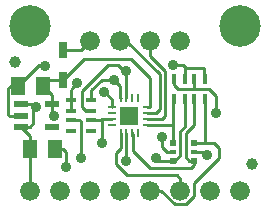
<source format=gbr>
G04 EAGLE Gerber RS-274X export*
G75*
%MOMM*%
%FSLAX34Y34*%
%LPD*%
%INTop Copper*%
%IPPOS*%
%AMOC8*
5,1,8,0,0,1.08239X$1,22.5*%
G01*
%ADD10R,1.500000X1.500000*%
%ADD11R,0.280000X0.800000*%
%ADD12R,0.800000X0.280000*%
%ADD13R,1.200000X0.550000*%
%ADD14R,1.200000X1.500000*%
%ADD15C,1.000000*%
%ADD16C,3.516000*%
%ADD17R,0.900000X0.450000*%
%ADD18C,1.676400*%
%ADD19R,0.800000X1.350000*%
%ADD20R,0.450000X0.900000*%
%ADD21R,0.500000X0.500000*%
%ADD22R,0.500000X0.400000*%
%ADD23C,0.254000*%
%ADD24C,0.906400*%


D10*
X109220Y88900D03*
D11*
X101720Y73900D03*
X106720Y73900D03*
X111720Y73900D03*
X116720Y73900D03*
D12*
X124220Y81400D03*
X124220Y86400D03*
X124220Y91400D03*
X124220Y96400D03*
D11*
X116720Y103900D03*
X111720Y103900D03*
X106720Y103900D03*
X101720Y103900D03*
D12*
X94220Y96400D03*
X94220Y91400D03*
X94220Y86400D03*
X94220Y81400D03*
D13*
X17479Y98400D03*
X17479Y88900D03*
X17479Y79400D03*
X43481Y79400D03*
X43481Y98400D03*
D14*
X35900Y114300D03*
X14900Y114300D03*
X25060Y60960D03*
X46060Y60960D03*
D15*
X12700Y134620D03*
X213360Y48260D03*
D16*
X25400Y165100D03*
D17*
X77080Y101900D03*
X60080Y101900D03*
X77080Y92900D03*
X77080Y84900D03*
X77080Y75900D03*
X60080Y75900D03*
X60080Y92900D03*
X60080Y84900D03*
D16*
X203200Y165100D03*
D18*
X25400Y25400D03*
X50800Y25400D03*
X76200Y25400D03*
X101600Y25400D03*
X127000Y25400D03*
X152400Y25400D03*
X177800Y25400D03*
X203200Y25400D03*
D19*
X53340Y144780D03*
X53340Y119380D03*
D18*
X76200Y152400D03*
X101600Y152400D03*
X127000Y152400D03*
X152400Y152400D03*
D20*
X147020Y120260D03*
X147020Y103260D03*
X156020Y120260D03*
X164020Y120260D03*
X173020Y120260D03*
X173020Y103260D03*
X156020Y103260D03*
X164020Y103260D03*
D21*
X163940Y50920D03*
D22*
X163940Y58420D03*
D21*
X163940Y65920D03*
X145940Y65920D03*
D22*
X145940Y58420D03*
D21*
X145940Y50920D03*
D23*
X77080Y101900D02*
X77080Y110664D01*
D24*
X96520Y119380D03*
D23*
X101516Y114384D01*
X101516Y104104D02*
X101720Y103900D01*
X101516Y104104D02*
X101516Y114384D01*
X96520Y119380D02*
X85796Y119380D01*
X77080Y110664D01*
X77080Y92900D02*
X72200Y92900D01*
X69278Y95822D01*
X69278Y110085D01*
D24*
X106680Y127000D03*
D23*
X106680Y103940D01*
X106720Y103900D01*
X99545Y131763D02*
X90955Y131763D01*
X104307Y127000D02*
X106680Y127000D01*
X104307Y127000D02*
X99545Y131763D01*
X90955Y131763D02*
X69278Y110085D01*
D24*
X87630Y109220D03*
X64770Y116840D03*
X38100Y130810D03*
X55880Y45720D03*
D23*
X14900Y112100D02*
X14900Y114300D01*
X38100Y130810D02*
X38100Y132080D01*
X32680Y132080D01*
X14900Y114300D01*
X60080Y110700D02*
X60080Y101900D01*
X60080Y110700D02*
X60642Y111262D01*
X60642Y112712D01*
X64770Y116840D01*
X55880Y58420D02*
X55880Y45720D01*
X55880Y58420D02*
X53340Y60960D01*
X46060Y60960D01*
X94220Y102630D02*
X87630Y109220D01*
X94220Y102630D02*
X94220Y96400D01*
X60080Y92900D02*
X60080Y101900D01*
X17479Y88900D02*
X7620Y88900D01*
X6350Y90170D01*
X6350Y111760D01*
X10160Y115570D01*
X11430Y114300D01*
X14900Y114300D01*
X174100Y55880D02*
X175260Y55880D01*
X174100Y55880D02*
X171560Y58420D01*
X163940Y58420D01*
D24*
X175260Y55880D03*
X137160Y71120D03*
D23*
X43481Y98400D02*
X43481Y106719D01*
X35900Y114300D01*
X126760Y96400D02*
X127000Y96640D01*
X126760Y96400D02*
X124220Y96400D01*
X127000Y96640D02*
X127000Y120650D01*
X140970Y58420D02*
X145940Y58420D01*
X140970Y58420D02*
X137160Y62230D01*
X137160Y71120D01*
X84900Y84900D02*
X77080Y84900D01*
X86400Y86400D02*
X94220Y86400D01*
X86360Y86360D02*
X84900Y84900D01*
D24*
X45720Y88900D03*
D23*
X43481Y91139D01*
X43481Y98400D01*
D24*
X86360Y66040D03*
D23*
X86360Y86360D01*
X86400Y86400D01*
X53340Y119380D02*
X40980Y119380D01*
X35900Y114300D01*
X147020Y114600D02*
X147020Y120260D01*
D24*
X182182Y91440D03*
D23*
X182182Y105518D02*
X176638Y111062D01*
X182182Y105518D02*
X182182Y91440D01*
X176638Y111062D02*
X165100Y111062D01*
X150558Y111062D01*
X147020Y114600D01*
X164020Y112142D02*
X164020Y120260D01*
X164020Y112142D02*
X165100Y111062D01*
X127000Y120650D02*
X110490Y137160D01*
X71120Y137160D02*
X53340Y119380D01*
X71120Y137160D02*
X110490Y137160D01*
X106720Y73900D02*
X106720Y50840D01*
X106513Y50633D01*
D24*
X106513Y50633D03*
D23*
X67500Y84900D02*
X60080Y84900D01*
X67500Y84900D02*
X68580Y83820D01*
X68580Y53340D01*
D24*
X68580Y53340D03*
D23*
X124220Y86400D02*
X137200Y86400D01*
X139700Y88900D01*
X139700Y127000D02*
X127000Y139700D01*
X127000Y152400D01*
X139700Y127000D02*
X139700Y88900D01*
X145940Y81400D02*
X124220Y81400D01*
X145940Y81400D02*
X145940Y65920D01*
X145940Y81400D02*
X145940Y102180D01*
X147020Y103260D01*
X112018Y73602D02*
X111720Y73900D01*
X112018Y73602D02*
X112018Y59265D01*
X126833Y44450D01*
X156972Y53848D02*
X156972Y74139D01*
X159900Y50920D02*
X163940Y50920D01*
X159900Y50920D02*
X156972Y53848D01*
X161290Y44450D02*
X126833Y44450D01*
X163940Y47100D02*
X163940Y50920D01*
X163940Y47100D02*
X161290Y44450D01*
X164020Y81187D02*
X164020Y103260D01*
X164020Y81187D02*
X156972Y74139D01*
X97940Y57468D02*
X97940Y47608D01*
X106940Y38608D01*
X101720Y61247D02*
X101720Y73900D01*
X101720Y61247D02*
X97940Y57468D01*
X149352Y38608D02*
X152400Y35560D01*
X152400Y25400D01*
X149352Y38608D02*
X106940Y38608D01*
X124220Y91400D02*
X132040Y91400D01*
X135128Y94488D01*
X135128Y123952D02*
X106680Y152400D01*
X101600Y152400D01*
X135128Y123952D02*
X135128Y94488D01*
X25400Y60620D02*
X25400Y25400D01*
X25400Y60620D02*
X25060Y60960D01*
X156020Y120260D02*
X156020Y128080D01*
X157480Y129540D01*
X172720Y129540D01*
X172720Y120560D02*
X173020Y120260D01*
X172720Y120560D02*
X172720Y129540D01*
X157480Y129540D02*
X154940Y132080D01*
X146050Y132080D01*
D24*
X146050Y132080D03*
D23*
X25060Y71819D02*
X25060Y60960D01*
X25060Y71819D02*
X17479Y79400D01*
X17479Y98400D02*
X26060Y98400D01*
X26670Y97790D01*
X27940Y96520D01*
X27940Y82550D01*
X24790Y79400D01*
X17479Y79400D01*
D24*
X30480Y96256D03*
D23*
X28204Y96256D01*
X27940Y96520D01*
X163940Y65920D02*
X164060Y66040D01*
X157240Y13716D02*
X147560Y13716D01*
X157240Y13716D02*
X164084Y20560D01*
X135876Y25400D02*
X127000Y25400D01*
X164084Y32004D02*
X185420Y53340D01*
X147560Y13716D02*
X135876Y25400D01*
X164084Y20560D02*
X164084Y32004D01*
X172720Y66040D02*
X180507Y66040D01*
X185420Y61127D02*
X185420Y53340D01*
X185420Y61127D02*
X180507Y66040D01*
X172720Y66040D02*
X164060Y66040D01*
X173020Y66340D02*
X173020Y103260D01*
X173020Y66340D02*
X172720Y66040D01*
X152400Y55710D02*
X147610Y50920D01*
X152400Y55710D02*
X152400Y76033D01*
X147610Y50920D02*
X145940Y50920D01*
D24*
X132080Y53340D03*
D23*
X132080Y50920D02*
X145940Y50920D01*
X132080Y50920D02*
X132080Y53340D01*
X156020Y79653D02*
X156020Y103260D01*
X156020Y79653D02*
X152400Y76033D01*
X76200Y152400D02*
X68580Y144780D01*
X53340Y144780D01*
M02*

</source>
